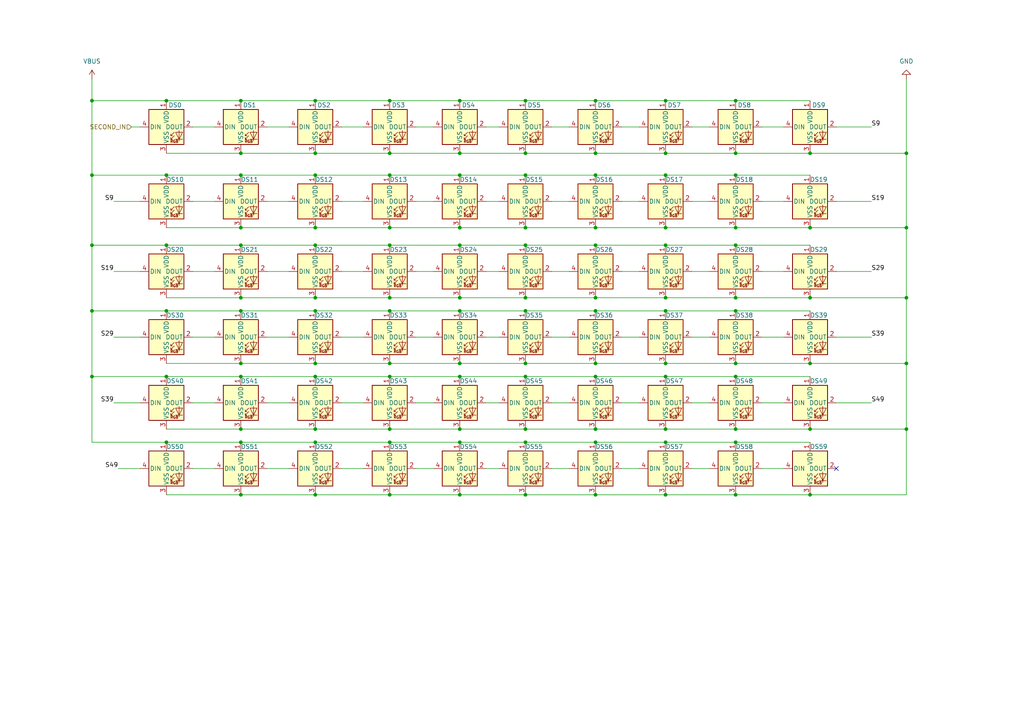
<source format=kicad_sch>
(kicad_sch (version 20211123) (generator eeschema)
  (paper "A4")
  (lib_symbols
    (symbol "LED:WS2812B" (pin_names (offset 0.254))
      (property "Reference" "D" (at 5.08 5.715 0))
      (property "Value" "WS2812B" (at 1.27 -5.715 0))
      (symbol "WS2812B_0_0"
        (text "RGB" (at 2.286 -4.191 0) (effects (font (size 0.762 0.762))))
      )
      (symbol "WS2812B_0_1"
        (polyline (pts (xy 1.27 -3.556) (xy 1.778 -3.556)))
        (polyline (pts (xy 1.27 -2.54) (xy 1.778 -2.54)))
        (polyline (pts (xy 4.699 -3.556) (xy 2.667 -3.556)))
        (polyline (pts (xy 2.286 -2.54) (xy 1.27 -3.556) (xy 1.27 -3.048)))
        (polyline (pts (xy 2.286 -1.524) (xy 1.27 -2.54) (xy 1.27 -2.032)))
        (polyline (pts (xy 3.683 -1.016) (xy 3.683 -3.556) (xy 3.683 -4.064)))
        (polyline (pts (xy 4.699 -1.524) (xy 2.667 -1.524) (xy 3.683 -3.556) (xy 4.699 -1.524)))
        (rectangle (start 5.08 5.08) (end -5.08 -5.08) (stroke (width 0.254)) (fill (type background)))
      )
      (symbol "WS2812B_1_1"
        (pin power_in line (at 0 7.62 270) (length 2.54) (name "VDD") (number "1"))
        (pin output line (at 7.62 0 180) (length 2.54) (name "DOUT") (number "2"))
        (pin power_in line (at 0 -7.62 90) (length 2.54) (name "VSS") (number "3"))
        (pin input line (at -7.62 0 0) (length 2.54) (name "DIN") (number "4"))
      )
    )
    (symbol "power:GND" (power) (pin_names (offset 0))
      (property "Value" "GND" (at 0 -3.81 0))
      (symbol "GND_0_1"
        (polyline (pts (xy 0 0) (xy 0 -1.27) (xy 1.27 -1.27) (xy 0 -2.54) (xy -1.27 -1.27) (xy 0 -1.27)))
      )
      (symbol "GND_1_1"
        (pin power_in line (at 0 0 270) (length 0) hide (name "GND") (number "1"))
      )
    )
    (symbol "power:VBUS" (power) (pin_names (offset 0))
      (property "Value" "VBUS" (at 0 3.81 0))
      (symbol "VBUS_0_1"
        (polyline (pts (xy -0.762 1.27) (xy 0 2.54)))
        (polyline (pts (xy 0 0) (xy 0 2.54)))
        (polyline (pts (xy 0 2.54) (xy 0.762 1.27)))
      )
      (symbol "VBUS_1_1"
        (pin power_in line (at 0 0 90) (length 0) hide (name "VBUS") (number "1"))
      )
    )
  )
  (junction (at 213.36 44.45))
  (junction (at 193.04 90.17))
  (junction (at 91.44 86.36))
  (junction (at 262.89 124.46))
  (junction (at 172.72 90.17))
  (junction (at 69.85 124.46))
  (junction (at 152.4 124.46))
  (junction (at 193.04 143.51))
  (junction (at 69.85 86.36))
  (junction (at 262.89 44.45))
  (junction (at 113.03 29.21))
  (junction (at 152.4 50.8))
  (junction (at 172.72 86.36))
  (junction (at 113.03 90.17))
  (junction (at 193.04 29.21))
  (junction (at 113.03 86.36))
  (junction (at 69.85 128.27))
  (junction (at 69.85 143.51))
  (junction (at 48.26 90.17))
  (junction (at 133.35 29.21))
  (junction (at 172.72 66.04))
  (junction (at 262.89 86.36))
  (junction (at 91.44 90.17))
  (junction (at 172.72 71.12))
  (junction (at 26.67 109.22))
  (junction (at 113.03 71.12))
  (junction (at 113.03 128.27))
  (junction (at 133.35 66.04))
  (junction (at 213.36 109.22))
  (junction (at 69.85 109.22))
  (junction (at 69.85 90.17))
  (junction (at 193.04 124.46))
  (junction (at 91.44 50.8))
  (junction (at 91.44 66.04))
  (junction (at 91.44 124.46))
  (junction (at 172.72 109.22))
  (junction (at 262.89 105.41))
  (junction (at 152.4 90.17))
  (junction (at 193.04 128.27))
  (junction (at 193.04 50.8))
  (junction (at 69.85 44.45))
  (junction (at 213.36 86.36))
  (junction (at 113.03 109.22))
  (junction (at 213.36 66.04))
  (junction (at 91.44 109.22))
  (junction (at 133.35 90.17))
  (junction (at 113.03 66.04))
  (junction (at 193.04 44.45))
  (junction (at 48.26 109.22))
  (junction (at 172.72 128.27))
  (junction (at 152.4 66.04))
  (junction (at 133.35 71.12))
  (junction (at 193.04 66.04))
  (junction (at 152.4 86.36))
  (junction (at 69.85 66.04))
  (junction (at 193.04 71.12))
  (junction (at 234.95 124.46))
  (junction (at 91.44 29.21))
  (junction (at 91.44 105.41))
  (junction (at 152.4 105.41))
  (junction (at 133.35 124.46))
  (junction (at 193.04 109.22))
  (junction (at 234.95 105.41))
  (junction (at 113.03 44.45))
  (junction (at 91.44 128.27))
  (junction (at 69.85 29.21))
  (junction (at 113.03 124.46))
  (junction (at 48.26 71.12))
  (junction (at 213.36 90.17))
  (junction (at 213.36 50.8))
  (junction (at 213.36 128.27))
  (junction (at 193.04 86.36))
  (junction (at 26.67 50.8))
  (junction (at 69.85 50.8))
  (junction (at 48.26 128.27))
  (junction (at 234.95 66.04))
  (junction (at 133.35 143.51))
  (junction (at 133.35 105.41))
  (junction (at 48.26 50.8))
  (junction (at 172.72 124.46))
  (junction (at 213.36 71.12))
  (junction (at 113.03 50.8))
  (junction (at 91.44 71.12))
  (junction (at 152.4 71.12))
  (junction (at 152.4 128.27))
  (junction (at 26.67 29.21))
  (junction (at 69.85 71.12))
  (junction (at 91.44 44.45))
  (junction (at 152.4 44.45))
  (junction (at 133.35 109.22))
  (junction (at 133.35 44.45))
  (junction (at 69.85 105.41))
  (junction (at 213.36 29.21))
  (junction (at 26.67 90.17))
  (junction (at 234.95 143.51))
  (junction (at 152.4 109.22))
  (junction (at 172.72 29.21))
  (junction (at 213.36 143.51))
  (junction (at 133.35 128.27))
  (junction (at 133.35 86.36))
  (junction (at 172.72 105.41))
  (junction (at 26.67 71.12))
  (junction (at 234.95 44.45))
  (junction (at 193.04 105.41))
  (junction (at 262.89 66.04))
  (junction (at 152.4 29.21))
  (junction (at 213.36 124.46))
  (junction (at 48.26 29.21))
  (junction (at 133.35 50.8))
  (junction (at 172.72 50.8))
  (junction (at 213.36 105.41))
  (junction (at 113.03 105.41))
  (junction (at 172.72 44.45))
  (junction (at 172.72 143.51))
  (junction (at 234.95 86.36))
  (junction (at 91.44 143.51))
  (junction (at 113.03 143.51))
  (junction (at 152.4 143.51))
  (no_connect (at 242.57 135.89))
  (wire (pts (xy 113.03 50.8) (xy 133.35 50.8)))
  (wire (pts (xy 48.26 90.17) (xy 69.85 90.17)))
  (wire (pts (xy 152.4 124.46) (xy 172.72 124.46)))
  (wire (pts (xy 113.03 29.21) (xy 133.35 29.21)))
  (wire (pts (xy 33.02 78.74) (xy 40.64 78.74)))
  (wire (pts (xy 213.36 109.22) (xy 234.95 109.22)))
  (wire (pts (xy 193.04 124.46) (xy 213.36 124.46)))
  (wire (pts (xy 180.34 135.89) (xy 185.42 135.89)))
  (wire (pts (xy 26.67 90.17) (xy 48.26 90.17)))
  (wire (pts (xy 69.85 143.51) (xy 91.44 143.51)))
  (wire (pts (xy 140.97 116.84) (xy 144.78 116.84)))
  (wire (pts (xy 193.04 143.51) (xy 213.36 143.51)))
  (wire (pts (xy 152.4 66.04) (xy 172.72 66.04)))
  (wire (pts (xy 213.36 124.46) (xy 234.95 124.46)))
  (wire (pts (xy 99.06 116.84) (xy 105.41 116.84)))
  (wire (pts (xy 91.44 90.17) (xy 113.03 90.17)))
  (wire (pts (xy 172.72 86.36) (xy 193.04 86.36)))
  (wire (pts (xy 77.47 58.42) (xy 83.82 58.42)))
  (wire (pts (xy 140.97 135.89) (xy 144.78 135.89)))
  (wire (pts (xy 55.88 116.84) (xy 62.23 116.84)))
  (wire (pts (xy 133.35 124.46) (xy 152.4 124.46)))
  (wire (pts (xy 69.85 124.46) (xy 91.44 124.46)))
  (wire (pts (xy 26.67 109.22) (xy 48.26 109.22)))
  (wire (pts (xy 234.95 86.36) (xy 262.89 86.36)))
  (wire (pts (xy 140.97 78.74) (xy 144.78 78.74)))
  (wire (pts (xy 172.72 44.45) (xy 193.04 44.45)))
  (wire (pts (xy 33.02 116.84) (xy 40.64 116.84)))
  (wire (pts (xy 133.35 128.27) (xy 152.4 128.27)))
  (wire (pts (xy 33.02 97.79) (xy 40.64 97.79)))
  (wire (pts (xy 48.26 86.36) (xy 69.85 86.36)))
  (wire (pts (xy 99.06 78.74) (xy 105.41 78.74)))
  (wire (pts (xy 133.35 109.22) (xy 152.4 109.22)))
  (wire (pts (xy 160.02 97.79) (xy 165.1 97.79)))
  (wire (pts (xy 26.67 109.22) (xy 26.67 128.27)))
  (wire (pts (xy 26.67 29.21) (xy 48.26 29.21)))
  (wire (pts (xy 193.04 86.36) (xy 213.36 86.36)))
  (wire (pts (xy 77.47 36.83) (xy 83.82 36.83)))
  (wire (pts (xy 91.44 50.8) (xy 113.03 50.8)))
  (wire (pts (xy 200.66 36.83) (xy 205.74 36.83)))
  (wire (pts (xy 69.85 105.41) (xy 91.44 105.41)))
  (wire (pts (xy 77.47 97.79) (xy 83.82 97.79)))
  (wire (pts (xy 77.47 116.84) (xy 83.82 116.84)))
  (wire (pts (xy 200.66 58.42) (xy 205.74 58.42)))
  (wire (pts (xy 91.44 66.04) (xy 113.03 66.04)))
  (wire (pts (xy 262.89 86.36) (xy 262.89 105.41)))
  (wire (pts (xy 160.02 58.42) (xy 165.1 58.42)))
  (wire (pts (xy 113.03 90.17) (xy 133.35 90.17)))
  (wire (pts (xy 133.35 50.8) (xy 152.4 50.8)))
  (wire (pts (xy 220.98 78.74) (xy 227.33 78.74)))
  (wire (pts (xy 152.4 128.27) (xy 172.72 128.27)))
  (wire (pts (xy 26.67 71.12) (xy 48.26 71.12)))
  (wire (pts (xy 55.88 36.83) (xy 62.23 36.83)))
  (wire (pts (xy 113.03 44.45) (xy 133.35 44.45)))
  (wire (pts (xy 213.36 128.27) (xy 234.95 128.27)))
  (wire (pts (xy 26.67 128.27) (xy 48.26 128.27)))
  (wire (pts (xy 220.98 97.79) (xy 227.33 97.79)))
  (wire (pts (xy 26.67 71.12) (xy 26.67 90.17)))
  (wire (pts (xy 133.35 71.12) (xy 152.4 71.12)))
  (wire (pts (xy 91.44 109.22) (xy 113.03 109.22)))
  (wire (pts (xy 69.85 29.21) (xy 91.44 29.21)))
  (wire (pts (xy 69.85 86.36) (xy 91.44 86.36)))
  (wire (pts (xy 55.88 78.74) (xy 62.23 78.74)))
  (wire (pts (xy 234.95 105.41) (xy 262.89 105.41)))
  (wire (pts (xy 91.44 128.27) (xy 113.03 128.27)))
  (wire (pts (xy 99.06 135.89) (xy 105.41 135.89)))
  (wire (pts (xy 26.67 90.17) (xy 26.67 109.22)))
  (wire (pts (xy 113.03 124.46) (xy 133.35 124.46)))
  (wire (pts (xy 91.44 143.51) (xy 113.03 143.51)))
  (wire (pts (xy 69.85 50.8) (xy 91.44 50.8)))
  (wire (pts (xy 69.85 109.22) (xy 91.44 109.22)))
  (wire (pts (xy 77.47 78.74) (xy 83.82 78.74)))
  (wire (pts (xy 172.72 90.17) (xy 193.04 90.17)))
  (wire (pts (xy 193.04 90.17) (xy 213.36 90.17)))
  (wire (pts (xy 133.35 86.36) (xy 152.4 86.36)))
  (wire (pts (xy 133.35 44.45) (xy 152.4 44.45)))
  (wire (pts (xy 69.85 71.12) (xy 91.44 71.12)))
  (wire (pts (xy 234.95 44.45) (xy 262.89 44.45)))
  (wire (pts (xy 48.26 105.41) (xy 69.85 105.41)))
  (wire (pts (xy 48.26 66.04) (xy 69.85 66.04)))
  (wire (pts (xy 152.4 105.41) (xy 172.72 105.41)))
  (wire (pts (xy 34.29 135.89) (xy 40.64 135.89)))
  (wire (pts (xy 160.02 116.84) (xy 165.1 116.84)))
  (wire (pts (xy 172.72 71.12) (xy 193.04 71.12)))
  (wire (pts (xy 133.35 90.17) (xy 152.4 90.17)))
  (wire (pts (xy 172.72 109.22) (xy 193.04 109.22)))
  (wire (pts (xy 262.89 143.51) (xy 262.89 124.46)))
  (wire (pts (xy 234.95 143.51) (xy 262.89 143.51)))
  (wire (pts (xy 69.85 66.04) (xy 91.44 66.04)))
  (wire (pts (xy 160.02 135.89) (xy 165.1 135.89)))
  (wire (pts (xy 234.95 66.04) (xy 262.89 66.04)))
  (wire (pts (xy 242.57 36.83) (xy 252.73 36.83)))
  (wire (pts (xy 120.65 116.84) (xy 125.73 116.84)))
  (wire (pts (xy 213.36 44.45) (xy 234.95 44.45)))
  (wire (pts (xy 120.65 58.42) (xy 125.73 58.42)))
  (wire (pts (xy 262.89 105.41) (xy 262.89 124.46)))
  (wire (pts (xy 213.36 105.41) (xy 234.95 105.41)))
  (wire (pts (xy 172.72 143.51) (xy 193.04 143.51)))
  (wire (pts (xy 91.44 124.46) (xy 113.03 124.46)))
  (wire (pts (xy 69.85 128.27) (xy 91.44 128.27)))
  (wire (pts (xy 26.67 22.86) (xy 26.67 29.21)))
  (wire (pts (xy 193.04 128.27) (xy 213.36 128.27)))
  (wire (pts (xy 113.03 71.12) (xy 133.35 71.12)))
  (wire (pts (xy 213.36 50.8) (xy 234.95 50.8)))
  (wire (pts (xy 172.72 124.46) (xy 193.04 124.46)))
  (wire (pts (xy 48.26 50.8) (xy 69.85 50.8)))
  (wire (pts (xy 213.36 86.36) (xy 234.95 86.36)))
  (wire (pts (xy 200.66 116.84) (xy 205.74 116.84)))
  (wire (pts (xy 26.67 50.8) (xy 26.67 71.12)))
  (wire (pts (xy 113.03 105.41) (xy 133.35 105.41)))
  (wire (pts (xy 48.26 29.21) (xy 69.85 29.21)))
  (wire (pts (xy 242.57 58.42) (xy 252.73 58.42)))
  (wire (pts (xy 48.26 109.22) (xy 69.85 109.22)))
  (wire (pts (xy 140.97 58.42) (xy 144.78 58.42)))
  (wire (pts (xy 193.04 105.41) (xy 213.36 105.41)))
  (wire (pts (xy 160.02 36.83) (xy 165.1 36.83)))
  (wire (pts (xy 55.88 97.79) (xy 62.23 97.79)))
  (wire (pts (xy 48.26 128.27) (xy 69.85 128.27)))
  (wire (pts (xy 213.36 66.04) (xy 234.95 66.04)))
  (wire (pts (xy 26.67 29.21) (xy 26.67 50.8)))
  (wire (pts (xy 213.36 29.21) (xy 234.95 29.21)))
  (wire (pts (xy 242.57 78.74) (xy 252.73 78.74)))
  (wire (pts (xy 152.4 29.21) (xy 172.72 29.21)))
  (wire (pts (xy 152.4 90.17) (xy 172.72 90.17)))
  (wire (pts (xy 91.44 71.12) (xy 113.03 71.12)))
  (wire (pts (xy 113.03 66.04) (xy 133.35 66.04)))
  (wire (pts (xy 193.04 109.22) (xy 213.36 109.22)))
  (wire (pts (xy 133.35 143.51) (xy 152.4 143.51)))
  (wire (pts (xy 213.36 143.51) (xy 234.95 143.51)))
  (wire (pts (xy 213.36 90.17) (xy 234.95 90.17)))
  (wire (pts (xy 172.72 128.27) (xy 193.04 128.27)))
  (wire (pts (xy 48.26 71.12) (xy 69.85 71.12)))
  (wire (pts (xy 180.34 36.83) (xy 185.42 36.83)))
  (wire (pts (xy 200.66 135.89) (xy 205.74 135.89)))
  (wire (pts (xy 262.89 22.86) (xy 262.89 44.45)))
  (wire (pts (xy 26.67 50.8) (xy 48.26 50.8)))
  (wire (pts (xy 200.66 78.74) (xy 205.74 78.74)))
  (wire (pts (xy 38.1 36.83) (xy 40.64 36.83)))
  (wire (pts (xy 99.06 36.83) (xy 105.41 36.83)))
  (wire (pts (xy 152.4 109.22) (xy 172.72 109.22)))
  (wire (pts (xy 133.35 105.41) (xy 152.4 105.41)))
  (wire (pts (xy 193.04 71.12) (xy 213.36 71.12)))
  (wire (pts (xy 120.65 135.89) (xy 125.73 135.89)))
  (wire (pts (xy 220.98 58.42) (xy 227.33 58.42)))
  (wire (pts (xy 133.35 66.04) (xy 152.4 66.04)))
  (wire (pts (xy 262.89 66.04) (xy 262.89 86.36)))
  (wire (pts (xy 193.04 29.21) (xy 213.36 29.21)))
  (wire (pts (xy 99.06 58.42) (xy 105.41 58.42)))
  (wire (pts (xy 99.06 97.79) (xy 105.41 97.79)))
  (wire (pts (xy 172.72 66.04) (xy 193.04 66.04)))
  (wire (pts (xy 133.35 29.21) (xy 152.4 29.21)))
  (wire (pts (xy 220.98 135.89) (xy 227.33 135.89)))
  (wire (pts (xy 91.44 44.45) (xy 113.03 44.45)))
  (wire (pts (xy 220.98 36.83) (xy 227.33 36.83)))
  (wire (pts (xy 120.65 36.83) (xy 125.73 36.83)))
  (wire (pts (xy 152.4 44.45) (xy 172.72 44.45)))
  (wire (pts (xy 91.44 29.21) (xy 113.03 29.21)))
  (wire (pts (xy 113.03 109.22) (xy 133.35 109.22)))
  (wire (pts (xy 193.04 50.8) (xy 213.36 50.8)))
  (wire (pts (xy 172.72 105.41) (xy 193.04 105.41)))
  (wire (pts (xy 160.02 78.74) (xy 165.1 78.74)))
  (wire (pts (xy 152.4 71.12) (xy 172.72 71.12)))
  (wire (pts (xy 77.47 135.89) (xy 83.82 135.89)))
  (wire (pts (xy 48.26 143.51) (xy 69.85 143.51)))
  (wire (pts (xy 180.34 78.74) (xy 185.42 78.74)))
  (wire (pts (xy 220.98 116.84) (xy 227.33 116.84)))
  (wire (pts (xy 152.4 143.51) (xy 172.72 143.51)))
  (wire (pts (xy 91.44 86.36) (xy 113.03 86.36)))
  (wire (pts (xy 152.4 86.36) (xy 172.72 86.36)))
  (wire (pts (xy 48.26 124.46) (xy 69.85 124.46)))
  (wire (pts (xy 234.95 124.46) (xy 262.89 124.46)))
  (wire (pts (xy 193.04 44.45) (xy 213.36 44.45)))
  (wire (pts (xy 69.85 90.17) (xy 91.44 90.17)))
  (wire (pts (xy 180.34 116.84) (xy 185.42 116.84)))
  (wire (pts (xy 69.85 44.45) (xy 91.44 44.45)))
  (wire (pts (xy 242.57 97.79) (xy 252.73 97.79)))
  (wire (pts (xy 33.02 58.42) (xy 40.64 58.42)))
  (wire (pts (xy 242.57 116.84) (xy 252.73 116.84)))
  (wire (pts (xy 200.66 97.79) (xy 205.74 97.79)))
  (wire (pts (xy 120.65 78.74) (xy 125.73 78.74)))
  (wire (pts (xy 91.44 105.41) (xy 113.03 105.41)))
  (wire (pts (xy 172.72 50.8) (xy 193.04 50.8)))
  (wire (pts (xy 120.65 97.79) (xy 125.73 97.79)))
  (wire (pts (xy 180.34 97.79) (xy 185.42 97.79)))
  (wire (pts (xy 140.97 97.79) (xy 144.78 97.79)))
  (wire (pts (xy 55.88 58.42) (xy 62.23 58.42)))
  (wire (pts (xy 113.03 143.51) (xy 133.35 143.51)))
  (wire (pts (xy 172.72 29.21) (xy 193.04 29.21)))
  (wire (pts (xy 140.97 36.83) (xy 144.78 36.83)))
  (wire (pts (xy 113.03 128.27) (xy 133.35 128.27)))
  (wire (pts (xy 48.26 44.45) (xy 69.85 44.45)))
  (wire (pts (xy 193.04 66.04) (xy 213.36 66.04)))
  (wire (pts (xy 262.89 66.04) (xy 262.89 44.45)))
  (wire (pts (xy 55.88 135.89) (xy 62.23 135.89)))
  (wire (pts (xy 152.4 50.8) (xy 172.72 50.8)))
  (wire (pts (xy 113.03 86.36) (xy 133.35 86.36)))
  (wire (pts (xy 213.36 71.12) (xy 234.95 71.12)))
  (wire (pts (xy 180.34 58.42) (xy 185.42 58.42)))
  (label "S9" (at 252.73 36.83 0))
  (label "S29" (at 33.02 97.79 180))
  (label "S29" (at 252.73 78.74 0))
  (label "S39" (at 252.73 97.79 0))
  (label "S39" (at 33.02 116.84 180))
  (label "S9" (at 33.02 58.42 180))
  (label "S19" (at 33.02 78.74 180))
  (label "S19" (at 252.73 58.42 0))
  (label "S49" (at 34.29 135.89 180))
  (label "S49" (at 252.73 116.84 0))
  (hierarchical_label "SECOND_IN" (shape input) (at 38.1 36.83 180))
  (symbol (lib_id "LED:WS2812B") (at 152.4 97.79 0) (unit 1)
    (property "Reference" "DS35" (at 154.94 91.44 0))
    (property "Value" "WS2812B" (effects hide))
    (property "Footprint" "LED_SMD:LED_WS2812B_PLCC4_5.0x5.0mm_P3.2mm" (effects hide))
    (property "Datasheet" "https://cdn-shop.adafruit.com/datasheets/WS2812B.pdf" (effects hide))
    (property "LCSC" "C2761795" (effects hide))
  )
  (symbol (lib_id "power:VBUS") (at 26.67 22.86 0) (unit 1)
    (property "Reference" "#PWR01" (effects hide))
    (property "Value" "VBUS" (at 26.67 17.78 0))
  )
  (symbol (lib_id "LED:WS2812B") (at 172.72 78.74 0) (unit 1)
    (property "Reference" "DS26" (at 175.26 72.39 0))
    (property "Value" "WS2812B" (effects hide))
    (property "Footprint" "LED_SMD:LED_WS2812B_PLCC4_5.0x5.0mm_P3.2mm" (effects hide))
    (property "Datasheet" "https://cdn-shop.adafruit.com/datasheets/WS2812B.pdf" (effects hide))
    (property "LCSC" "C2761795" (effects hide))
  )
  (symbol (lib_id "LED:WS2812B") (at 152.4 58.42 0) (unit 1)
    (property "Reference" "DS15" (at 154.94 52.07 0))
    (property "Value" "WS2812B" (effects hide))
    (property "Footprint" "LED_SMD:LED_WS2812B_PLCC4_5.0x5.0mm_P3.2mm" (effects hide))
    (property "Datasheet" "https://cdn-shop.adafruit.com/datasheets/WS2812B.pdf" (effects hide))
    (property "LCSC" "C2761795" (effects hide))
  )
  (symbol (lib_id "LED:WS2812B") (at 48.26 135.89 0) (unit 1)
    (property "Reference" "DS50" (at 50.8 129.54 0))
    (property "Value" "WS2812B" (effects hide))
    (property "Footprint" "LED_SMD:LED_WS2812B_PLCC4_5.0x5.0mm_P3.2mm" (effects hide))
    (property "Datasheet" "https://cdn-shop.adafruit.com/datasheets/WS2812B.pdf" (effects hide))
    (property "LCSC" "C2761795" (effects hide))
  )
  (symbol (lib_id "LED:WS2812B") (at 48.26 97.79 0) (unit 1)
    (property "Reference" "DS30" (at 50.8 91.44 0))
    (property "Value" "WS2812B" (effects hide))
    (property "Footprint" "LED_SMD:LED_WS2812B_PLCC4_5.0x5.0mm_P3.2mm" (effects hide))
    (property "Datasheet" "https://cdn-shop.adafruit.com/datasheets/WS2812B.pdf" (effects hide))
    (property "LCSC" "C2761795" (effects hide))
  )
  (symbol (lib_id "LED:WS2812B") (at 133.35 135.89 0) (unit 1)
    (property "Reference" "DS54" (at 135.89 129.54 0))
    (property "Value" "WS2812B" (effects hide))
    (property "Footprint" "LED_SMD:LED_WS2812B_PLCC4_5.0x5.0mm_P3.2mm" (effects hide))
    (property "Datasheet" "https://cdn-shop.adafruit.com/datasheets/WS2812B.pdf" (effects hide))
    (property "LCSC" "C2761795" (effects hide))
  )
  (symbol (lib_id "LED:WS2812B") (at 113.03 58.42 0) (unit 1)
    (property "Reference" "DS13" (at 115.57 52.07 0))
    (property "Value" "WS2812B" (effects hide))
    (property "Footprint" "LED_SMD:LED_WS2812B_PLCC4_5.0x5.0mm_P3.2mm" (effects hide))
    (property "Datasheet" "https://cdn-shop.adafruit.com/datasheets/WS2812B.pdf" (effects hide))
    (property "LCSC" "C2761795" (effects hide))
  )
  (symbol (lib_id "LED:WS2812B") (at 69.85 78.74 0) (unit 1)
    (property "Reference" "DS21" (at 72.39 72.39 0))
    (property "Value" "WS2812B" (effects hide))
    (property "Footprint" "LED_SMD:LED_WS2812B_PLCC4_5.0x5.0mm_P3.2mm" (effects hide))
    (property "Datasheet" "https://cdn-shop.adafruit.com/datasheets/WS2812B.pdf" (effects hide))
    (property "LCSC" "C2761795" (effects hide))
  )
  (symbol (lib_id "LED:WS2812B") (at 133.35 97.79 0) (unit 1)
    (property "Reference" "DS34" (at 135.89 91.44 0))
    (property "Value" "WS2812B" (effects hide))
    (property "Footprint" "LED_SMD:LED_WS2812B_PLCC4_5.0x5.0mm_P3.2mm" (effects hide))
    (property "Datasheet" "https://cdn-shop.adafruit.com/datasheets/WS2812B.pdf" (effects hide))
    (property "LCSC" "C2761795" (effects hide))
  )
  (symbol (lib_id "LED:WS2812B") (at 91.44 78.74 0) (unit 1)
    (property "Reference" "DS22" (at 93.98 72.39 0))
    (property "Value" "WS2812B" (effects hide))
    (property "Footprint" "LED_SMD:LED_WS2812B_PLCC4_5.0x5.0mm_P3.2mm" (effects hide))
    (property "Datasheet" "https://cdn-shop.adafruit.com/datasheets/WS2812B.pdf" (effects hide))
    (property "LCSC" "C2761795" (effects hide))
  )
  (symbol (lib_id "LED:WS2812B") (at 113.03 78.74 0) (unit 1)
    (property "Reference" "DS23" (at 115.57 72.39 0))
    (property "Value" "WS2812B" (effects hide))
    (property "Footprint" "LED_SMD:LED_WS2812B_PLCC4_5.0x5.0mm_P3.2mm" (effects hide))
    (property "Datasheet" "https://cdn-shop.adafruit.com/datasheets/WS2812B.pdf" (effects hide))
    (property "LCSC" "C2761795" (effects hide))
  )
  (symbol (lib_id "LED:WS2812B") (at 113.03 116.84 0) (unit 1)
    (property "Reference" "DS43" (at 115.57 110.49 0))
    (property "Value" "WS2812B" (effects hide))
    (property "Footprint" "LED_SMD:LED_WS2812B_PLCC4_5.0x5.0mm_P3.2mm" (effects hide))
    (property "Datasheet" "https://cdn-shop.adafruit.com/datasheets/WS2812B.pdf" (effects hide))
    (property "LCSC" "C2761795" (effects hide))
  )
  (symbol (lib_id "LED:WS2812B") (at 234.95 97.79 0) (unit 1)
    (property "Reference" "DS39" (at 237.49 91.44 0))
    (property "Value" "WS2812B" (effects hide))
    (property "Footprint" "LED_SMD:LED_WS2812B_PLCC4_5.0x5.0mm_P3.2mm" (effects hide))
    (property "Datasheet" "https://cdn-shop.adafruit.com/datasheets/WS2812B.pdf" (effects hide))
    (property "LCSC" "C2761795" (effects hide))
  )
  (symbol (lib_id "LED:WS2812B") (at 152.4 116.84 0) (unit 1)
    (property "Reference" "DS45" (at 154.94 110.49 0))
    (property "Value" "WS2812B" (effects hide))
    (property "Footprint" "LED_SMD:LED_WS2812B_PLCC4_5.0x5.0mm_P3.2mm" (effects hide))
    (property "Datasheet" "https://cdn-shop.adafruit.com/datasheets/WS2812B.pdf" (effects hide))
    (property "LCSC" "C2761795" (effects hide))
  )
  (symbol (lib_id "LED:WS2812B") (at 213.36 78.74 0) (unit 1)
    (property "Reference" "DS28" (at 215.9 72.39 0))
    (property "Value" "WS2812B" (effects hide))
    (property "Footprint" "LED_SMD:LED_WS2812B_PLCC4_5.0x5.0mm_P3.2mm" (effects hide))
    (property "Datasheet" "https://cdn-shop.adafruit.com/datasheets/WS2812B.pdf" (effects hide))
    (property "LCSC" "C2761795" (effects hide))
  )
  (symbol (lib_id "LED:WS2812B") (at 234.95 116.84 0) (unit 1)
    (property "Reference" "DS49" (at 237.49 110.49 0))
    (property "Value" "WS2812B" (effects hide))
    (property "Footprint" "LED_SMD:LED_WS2812B_PLCC4_5.0x5.0mm_P3.2mm" (effects hide))
    (property "Datasheet" "https://cdn-shop.adafruit.com/datasheets/WS2812B.pdf" (effects hide))
    (property "LCSC" "C2761795" (effects hide))
  )
  (symbol (lib_id "LED:WS2812B") (at 91.44 97.79 0) (unit 1)
    (property "Reference" "DS32" (at 93.98 91.44 0))
    (property "Value" "WS2812B" (effects hide))
    (property "Footprint" "LED_SMD:LED_WS2812B_PLCC4_5.0x5.0mm_P3.2mm" (effects hide))
    (property "Datasheet" "https://cdn-shop.adafruit.com/datasheets/WS2812B.pdf" (effects hide))
    (property "LCSC" "C2761795" (effects hide))
  )
  (symbol (lib_id "LED:WS2812B") (at 193.04 97.79 0) (unit 1)
    (property "Reference" "DS37" (at 195.58 91.44 0))
    (property "Value" "WS2812B" (effects hide))
    (property "Footprint" "LED_SMD:LED_WS2812B_PLCC4_5.0x5.0mm_P3.2mm" (effects hide))
    (property "Datasheet" "https://cdn-shop.adafruit.com/datasheets/WS2812B.pdf" (effects hide))
    (property "LCSC" "C2761795" (effects hide))
  )
  (symbol (lib_id "LED:WS2812B") (at 69.85 135.89 0) (unit 1)
    (property "Reference" "DS51" (at 72.39 129.54 0))
    (property "Value" "S2812B" (effects hide))
    (property "Footprint" "LED_SMD:LED_WS2812B_PLCC4_5.0x5.0mm_P3.2mm" (effects hide))
    (property "Datasheet" "https://cdn-shop.adafruit.com/datasheets/WS2812B.pdf" (effects hide))
    (property "LCSC" "C2761795" (effects hide))
  )
  (symbol (lib_id "LED:WS2812B") (at 69.85 97.79 0) (unit 1)
    (property "Reference" "DS31" (at 72.39 91.44 0))
    (property "Value" "WS2812B" (effects hide))
    (property "Footprint" "LED_SMD:LED_WS2812B_PLCC4_5.0x5.0mm_P3.2mm" (effects hide))
    (property "Datasheet" "https://cdn-shop.adafruit.com/datasheets/WS2812B.pdf" (effects hide))
    (property "LCSC" "C2761795" (effects hide))
  )
  (symbol (lib_id "LED:WS2812B") (at 193.04 36.83 0) (unit 1)
    (property "Reference" "DS7" (at 195.58 30.48 0))
    (property "Value" "WS2812B" (effects hide))
    (property "Footprint" "LED_SMD:LED_WS2812B_PLCC4_5.0x5.0mm_P3.2mm" (effects hide))
    (property "Datasheet" "https://cdn-shop.adafruit.com/datasheets/WS2812B.pdf" (effects hide))
    (property "LCSC" "C2761795" (effects hide))
  )
  (symbol (lib_id "LED:WS2812B") (at 133.35 36.83 0) (unit 1)
    (property "Reference" "DS4" (at 135.89 30.48 0))
    (property "Value" "WS2812B" (effects hide))
    (property "Footprint" "LED_SMD:LED_WS2812B_PLCC4_5.0x5.0mm_P3.2mm" (effects hide))
    (property "Datasheet" "https://cdn-shop.adafruit.com/datasheets/WS2812B.pdf" (effects hide))
    (property "LCSC" "C2761795" (effects hide))
  )
  (symbol (lib_id "LED:WS2812B") (at 133.35 58.42 0) (unit 1)
    (property "Reference" "DS14" (at 135.89 52.07 0))
    (property "Value" "WS2812B" (effects hide))
    (property "Footprint" "LED_SMD:LED_WS2812B_PLCC4_5.0x5.0mm_P3.2mm" (effects hide))
    (property "Datasheet" "https://cdn-shop.adafruit.com/datasheets/WS2812B.pdf" (effects hide))
    (property "LCSC" "C2761795" (effects hide))
  )
  (symbol (lib_id "LED:WS2812B") (at 48.26 36.83 0) (unit 1)
    (property "Reference" "DS0" (at 50.8 30.48 0))
    (property "Value" "WS2812B" (effects hide))
    (property "Footprint" "LED_SMD:LED_WS2812B_PLCC4_5.0x5.0mm_P3.2mm" (effects hide))
    (property "Datasheet" "https://cdn-shop.adafruit.com/datasheets/WS2812B.pdf" (effects hide))
    (property "LCSC" "C2761795" (effects hide))
  )
  (symbol (lib_id "LED:WS2812B") (at 193.04 135.89 0) (unit 1)
    (property "Reference" "DS57" (at 195.58 129.54 0))
    (property "Value" "WS2812B" (effects hide))
    (property "Footprint" "LED_SMD:LED_WS2812B_PLCC4_5.0x5.0mm_P3.2mm" (effects hide))
    (property "Datasheet" "https://cdn-shop.adafruit.com/datasheets/WS2812B.pdf" (effects hide))
    (property "LCSC" "C2761795" (effects hide))
  )
  (symbol (lib_id "LED:WS2812B") (at 152.4 78.74 0) (unit 1)
    (property "Reference" "DS25" (at 154.94 72.39 0))
    (property "Value" "WS2812B" (effects hide))
    (property "Footprint" "LED_SMD:LED_WS2812B_PLCC4_5.0x5.0mm_P3.2mm" (effects hide))
    (property "Datasheet" "https://cdn-shop.adafruit.com/datasheets/WS2812B.pdf" (effects hide))
    (property "LCSC" "C2761795" (effects hide))
  )
  (symbol (lib_id "LED:WS2812B") (at 91.44 135.89 0) (unit 1)
    (property "Reference" "DS52" (at 93.98 129.54 0))
    (property "Value" "WS2812B" (effects hide))
    (property "Footprint" "LED_SMD:LED_WS2812B_PLCC4_5.0x5.0mm_P3.2mm" (effects hide))
    (property "Datasheet" "https://cdn-shop.adafruit.com/datasheets/WS2812B.pdf" (effects hide))
    (property "LCSC" "C2761795" (effects hide))
  )
  (symbol (lib_id "LED:WS2812B") (at 113.03 36.83 0) (unit 1)
    (property "Reference" "DS3" (at 115.57 30.48 0))
    (property "Value" "WS2812B" (effects hide))
    (property "Footprint" "LED_SMD:LED_WS2812B_PLCC4_5.0x5.0mm_P3.2mm" (effects hide))
    (property "Datasheet" "https://cdn-shop.adafruit.com/datasheets/WS2812B.pdf" (effects hide))
    (property "LCSC" "C2761795" (effects hide))
  )
  (symbol (lib_id "LED:WS2812B") (at 113.03 97.79 0) (unit 1)
    (property "Reference" "DS33" (at 115.57 91.44 0))
    (property "Value" "WS2812B" (effects hide))
    (property "Footprint" "LED_SMD:LED_WS2812B_PLCC4_5.0x5.0mm_P3.2mm" (effects hide))
    (property "Datasheet" "https://cdn-shop.adafruit.com/datasheets/WS2812B.pdf" (effects hide))
    (property "LCSC" "C2761795" (effects hide))
  )
  (symbol (lib_id "LED:WS2812B") (at 69.85 116.84 0) (unit 1)
    (property "Reference" "DS41" (at 72.39 110.49 0))
    (property "Value" "WS2812B" (effects hide))
    (property "Footprint" "LED_SMD:LED_WS2812B_PLCC4_5.0x5.0mm_P3.2mm" (effects hide))
    (property "Datasheet" "https://cdn-shop.adafruit.com/datasheets/WS2812B.pdf" (effects hide))
    (property "LCSC" "C2761795" (effects hide))
  )
  (symbol (lib_id "LED:WS2812B") (at 91.44 36.83 0) (unit 1)
    (property "Reference" "DS2" (at 93.98 30.48 0))
    (property "Value" "WS2812B" (effects hide))
    (property "Footprint" "LED_SMD:LED_WS2812B_PLCC4_5.0x5.0mm_P3.2mm" (effects hide))
    (property "Datasheet" "https://cdn-shop.adafruit.com/datasheets/WS2812B.pdf" (effects hide))
    (property "LCSC" "C2761795" (effects hide))
  )
  (symbol (lib_id "LED:WS2812B") (at 213.36 58.42 0) (unit 1)
    (property "Reference" "DS18" (at 215.9 52.07 0))
    (property "Value" "WS2812B" (effects hide))
    (property "Footprint" "LED_SMD:LED_WS2812B_PLCC4_5.0x5.0mm_P3.2mm" (effects hide))
    (property "Datasheet" "https://cdn-shop.adafruit.com/datasheets/WS2812B.pdf" (effects hide))
    (property "LCSC" "C2761795" (effects hide))
  )
  (symbol (lib_id "LED:WS2812B") (at 193.04 78.74 0) (unit 1)
    (property "Reference" "DS27" (at 195.58 72.39 0))
    (property "Value" "WS2812B" (effects hide))
    (property "Footprint" "LED_SMD:LED_WS2812B_PLCC4_5.0x5.0mm_P3.2mm" (effects hide))
    (property "Datasheet" "https://cdn-shop.adafruit.com/datasheets/WS2812B.pdf" (effects hide))
    (property "LCSC" "C2761795" (effects hide))
  )
  (symbol (lib_id "LED:WS2812B") (at 48.26 58.42 0) (unit 1)
    (property "Reference" "DS10" (at 50.8 52.07 0))
    (property "Value" "WS2812B" (effects hide))
    (property "Footprint" "LED_SMD:LED_WS2812B_PLCC4_5.0x5.0mm_P3.2mm" (effects hide))
    (property "Datasheet" "https://cdn-shop.adafruit.com/datasheets/WS2812B.pdf" (effects hide))
    (property "LCSC" "C2761795" (effects hide))
  )
  (symbol (lib_id "power:GND") (at 262.89 22.86 180) (unit 1)
    (property "Reference" "#PWR02" (effects hide))
    (property "Value" "GND" (at 262.89 17.78 0))
  )
  (symbol (lib_id "LED:WS2812B") (at 213.36 36.83 0) (unit 1)
    (property "Reference" "DS8" (at 215.9 30.48 0))
    (property "Value" "WS2812B" (effects hide))
    (property "Footprint" "LED_SMD:LED_WS2812B_PLCC4_5.0x5.0mm_P3.2mm" (effects hide))
    (property "Datasheet" "https://cdn-shop.adafruit.com/datasheets/WS2812B.pdf" (effects hide))
    (property "LCSC" "C2761795" (effects hide))
  )
  (symbol (lib_id "LED:WS2812B") (at 234.95 135.89 0) (unit 1)
    (property "Reference" "DS59" (at 237.49 129.54 0))
    (property "Value" "WS2812B" (effects hide))
    (property "Footprint" "LED_SMD:LED_WS2812B_PLCC4_5.0x5.0mm_P3.2mm" (effects hide))
    (property "Datasheet" "https://cdn-shop.adafruit.com/datasheets/WS2812B.pdf" (effects hide))
    (property "LCSC" "C2761795" (effects hide))
  )
  (symbol (lib_id "LED:WS2812B") (at 133.35 116.84 0) (unit 1)
    (property "Reference" "DS44" (at 135.89 110.49 0))
    (property "Value" "WS2812B" (effects hide))
    (property "Footprint" "LED_SMD:LED_WS2812B_PLCC4_5.0x5.0mm_P3.2mm" (effects hide))
    (property "Datasheet" "https://cdn-shop.adafruit.com/datasheets/WS2812B.pdf" (effects hide))
    (property "LCSC" "C2761795" (effects hide))
  )
  (symbol (lib_id "LED:WS2812B") (at 172.72 97.79 0) (unit 1)
    (property "Reference" "DS36" (at 175.26 91.44 0))
    (property "Value" "WS2812B" (effects hide))
    (property "Footprint" "LED_SMD:LED_WS2812B_PLCC4_5.0x5.0mm_P3.2mm" (effects hide))
    (property "Datasheet" "https://cdn-shop.adafruit.com/datasheets/WS2812B.pdf" (effects hide))
    (property "LCSC" "C2761795" (effects hide))
  )
  (symbol (lib_id "LED:WS2812B") (at 213.36 135.89 0) (unit 1)
    (property "Reference" "DS58" (at 215.9 129.54 0))
    (property "Value" "WS2812B" (effects hide))
    (property "Footprint" "LED_SMD:LED_WS2812B_PLCC4_5.0x5.0mm_P3.2mm" (effects hide))
    (property "Datasheet" "https://cdn-shop.adafruit.com/datasheets/WS2812B.pdf" (effects hide))
    (property "LCSC" "C2761795" (effects hide))
  )
  (symbol (lib_id "LED:WS2812B") (at 193.04 58.42 0) (unit 1)
    (property "Reference" "DS17" (at 195.58 52.07 0))
    (property "Value" "WS2812B" (effects hide))
    (property "Footprint" "LED_SMD:LED_WS2812B_PLCC4_5.0x5.0mm_P3.2mm" (effects hide))
    (property "Datasheet" "https://cdn-shop.adafruit.com/datasheets/WS2812B.pdf" (effects hide))
    (property "LCSC" "C2761795" (effects hide))
  )
  (symbol (lib_id "LED:WS2812B") (at 91.44 116.84 0) (unit 1)
    (property "Reference" "DS42" (at 93.98 110.49 0))
    (property "Value" "WS2812B" (effects hide))
    (property "Footprint" "LED_SMD:LED_WS2812B_PLCC4_5.0x5.0mm_P3.2mm" (effects hide))
    (property "Datasheet" "https://cdn-shop.adafruit.com/datasheets/WS2812B.pdf" (effects hide))
    (property "LCSC" "C2761795" (effects hide))
  )
  (symbol (lib_id "LED:WS2812B") (at 234.95 36.83 0) (unit 1)
    (property "Reference" "DS9" (at 237.49 30.48 0))
    (property "Value" "WS2812B" (effects hide))
    (property "Footprint" "LED_SMD:LED_WS2812B_PLCC4_5.0x5.0mm_P3.2mm" (effects hide))
    (property "Datasheet" "https://cdn-shop.adafruit.com/datasheets/WS2812B.pdf" (effects hide))
    (property "LCSC" "C2761795" (effects hide))
  )
  (symbol (lib_id "LED:WS2812B") (at 152.4 135.89 0) (unit 1)
    (property "Reference" "DS55" (at 154.94 129.54 0))
    (property "Value" "WS2812B" (effects hide))
    (property "Footprint" "LED_SMD:LED_WS2812B_PLCC4_5.0x5.0mm_P3.2mm" (effects hide))
    (property "Datasheet" "https://cdn-shop.adafruit.com/datasheets/WS2812B.pdf" (effects hide))
    (property "LCSC" "C2761795" (effects hide))
  )
  (symbol (lib_id "LED:WS2812B") (at 91.44 58.42 0) (unit 1)
    (property "Reference" "DS12" (at 93.98 52.07 0))
    (property "Value" "WS2812B" (effects hide))
    (property "Footprint" "LED_SMD:LED_WS2812B_PLCC4_5.0x5.0mm_P3.2mm" (effects hide))
    (property "Datasheet" "https://cdn-shop.adafruit.com/datasheets/WS2812B.pdf" (effects hide))
    (property "LCSC" "C2761795" (effects hide))
  )
  (symbol (lib_id "LED:WS2812B") (at 48.26 78.74 0) (unit 1)
    (property "Reference" "DS20" (at 50.8 72.39 0))
    (property "Value" "WS2812B" (effects hide))
    (property "Footprint" "LED_SMD:LED_WS2812B_PLCC4_5.0x5.0mm_P3.2mm" (effects hide))
    (property "Datasheet" "https://cdn-shop.adafruit.com/datasheets/WS2812B.pdf" (effects hide))
    (property "LCSC" "C2761795" (effects hide))
  )
  (symbol (lib_id "LED:WS2812B") (at 234.95 58.42 0) (unit 1)
    (property "Reference" "DS19" (at 237.49 52.07 0))
    (property "Value" "WS2812B" (effects hide))
    (property "Footprint" "LED_SMD:LED_WS2812B_PLCC4_5.0x5.0mm_P3.2mm" (effects hide))
    (property "Datasheet" "https://cdn-shop.adafruit.com/datasheets/WS2812B.pdf" (effects hide))
    (property "LCSC" "C2761795" (effects hide))
  )
  (symbol (lib_id "LED:WS2812B") (at 172.72 135.89 0) (unit 1)
    (property "Reference" "DS56" (at 175.26 129.54 0))
    (property "Value" "WS2812B" (effects hide))
    (property "Footprint" "LED_SMD:LED_WS2812B_PLCC4_5.0x5.0mm_P3.2mm" (effects hide))
    (property "Datasheet" "https://cdn-shop.adafruit.com/datasheets/WS2812B.pdf" (effects hide))
    (property "LCSC" "C2761795" (effects hide))
  )
  (symbol (lib_id "LED:WS2812B") (at 113.03 135.89 0) (unit 1)
    (property "Reference" "DS53" (at 115.57 129.54 0))
    (property "Value" "WS2812B" (effects hide))
    (property "Footprint" "LED_SMD:LED_WS2812B_PLCC4_5.0x5.0mm_P3.2mm" (effects hide))
    (property "Datasheet" "https://cdn-shop.adafruit.com/datasheets/WS2812B.pdf" (effects hide))
    (property "LCSC" "C2761795" (effects hide))
  )
  (symbol (lib_id "LED:WS2812B") (at 69.85 58.42 0) (unit 1)
    (property "Reference" "DS11" (at 72.39 52.07 0))
    (property "Value" "WS2812B" (effects hide))
    (property "Footprint" "LED_SMD:LED_WS2812B_PLCC4_5.0x5.0mm_P3.2mm" (effects hide))
    (property "Datasheet" "https://cdn-shop.adafruit.com/datasheets/WS2812B.pdf" (effects hide))
    (property "LCSC" "C2761795" (effects hide))
  )
  (symbol (lib_id "LED:WS2812B") (at 133.35 78.74 0) (unit 1)
    (property "Reference" "DS24" (at 135.89 72.39 0))
    (property "Value" "WS2812B" (effects hide))
    (property "Footprint" "LED_SMD:LED_WS2812B_PLCC4_5.0x5.0mm_P3.2mm" (effects hide))
    (property "Datasheet" "https://cdn-shop.adafruit.com/datasheets/WS2812B.pdf" (effects hide))
    (property "LCSC" "C2761795" (effects hide))
  )
  (symbol (lib_id "LED:WS2812B") (at 48.26 116.84 0) (unit 1)
    (property "Reference" "DS40" (at 50.8 110.49 0))
    (property "Value" "WS2812B" (effects hide))
    (property "Footprint" "LED_SMD:LED_WS2812B_PLCC4_5.0x5.0mm_P3.2mm" (effects hide))
    (property "Datasheet" "https://cdn-shop.adafruit.com/datasheets/WS2812B.pdf" (effects hide))
    (property "LCSC" "C2761795" (effects hide))
  )
  (symbol (lib_id "LED:WS2812B") (at 69.85 36.83 0) (unit 1)
    (property "Reference" "DS1" (at 72.39 30.48 0))
    (property "Value" "WS2812B" (effects hide))
    (property "Footprint" "LED_SMD:LED_WS2812B_PLCC4_5.0x5.0mm_P3.2mm" (effects hide))
    (property "Datasheet" "https://cdn-shop.adafruit.com/datasheets/WS2812B.pdf" (effects hide))
    (property "LCSC" "C2761795" (effects hide))
  )
  (symbol (lib_id "LED:WS2812B") (at 234.95 78.74 0) (unit 1)
    (property "Reference" "DS29" (at 237.49 72.39 0))
    (property "Value" "WS2812B" (effects hide))
    (property "Footprint" "LED_SMD:LED_WS2812B_PLCC4_5.0x5.0mm_P3.2mm" (effects hide))
    (property "Datasheet" "https://cdn-shop.adafruit.com/datasheets/WS2812B.pdf" (effects hide))
    (property "LCSC" "C2761795" (effects hide))
  )
  (symbol (lib_id "LED:WS2812B") (at 172.72 58.42 0) (unit 1)
    (property "Reference" "DS16" (at 175.26 52.07 0))
    (property "Value" "WS2812B" (effects hide))
    (property "Footprint" "LED_SMD:LED_WS2812B_PLCC4_5.0x5.0mm_P3.2mm" (effects hide))
    (property "Datasheet" "https://cdn-shop.adafruit.com/datasheets/WS2812B.pdf" (effects hide))
    (property "LCSC" "C2761795" (effects hide))
  )
  (symbol (lib_id "LED:WS2812B") (at 152.4 36.83 0) (unit 1)
    (property "Reference" "DS5" (at 154.94 30.48 0))
    (property "Value" "WS2812B" (effects hide))
    (property "Footprint" "LED_SMD:LED_WS2812B_PLCC4_5.0x5.0mm_P3.2mm" (effects hide))
    (property "Datasheet" "https://cdn-shop.adafruit.com/datasheets/WS2812B.pdf" (effects hide))
    (property "LCSC" "C2761795" (effects hide))
  )
  (symbol (lib_id "LED:WS2812B") (at 172.72 116.84 0) (unit 1)
    (property "Reference" "DS46" (at 175.26 110.49 0))
    (property "Value" "WS2812B" (effects hide))
    (property "Footprint" "LED_SMD:LED_WS2812B_PLCC4_5.0x5.0mm_P3.2mm" (effects hide))
    (property "Datasheet" "https://cdn-shop.adafruit.com/datasheets/WS2812B.pdf" (effects hide))
    (property "LCSC" "C2761795" (effects hide))
  )
  (symbol (lib_id "LED:WS2812B") (at 172.72 36.83 0) (unit 1)
    (property "Reference" "DS6" (at 175.26 30.48 0))
    (property "Value" "WS2812B" (effects hide))
    (property "Footprint" "LED_SMD:LED_WS2812B_PLCC4_5.0x5.0mm_P3.2mm" (effects hide))
    (property "Datasheet" "https://cdn-shop.adafruit.com/datasheets/WS2812B.pdf" (effects hide))
    (property "LCSC" "C2761795" (effects hide))
  )
  (symbol (lib_id "LED:WS2812B") (at 213.36 97.79 0) (unit 1)
    (property "Reference" "DS38" (at 215.9 91.44 0))
    (property "Value" "WS2812B" (effects hide))
    (property "Footprint" "LED_SMD:LED_WS2812B_PLCC4_5.0x5.0mm_P3.2mm" (effects hide))
    (property "Datasheet" "https://cdn-shop.adafruit.com/datasheets/WS2812B.pdf" (effects hide))
    (property "LCSC" "C2761795" (effects hide))
  )
  (symbol (lib_id "LED:WS2812B") (at 193.04 116.84 0) (unit 1)
    (property "Reference" "DS47" (at 195.58 110.49 0))
    (property "Value" "WS2812B" (effects hide))
    (property "Footprint" "LED_SMD:LED_WS2812B_PLCC4_5.0x5.0mm_P3.2mm" (effects hide))
    (property "Datasheet" "https://cdn-shop.adafruit.com/datasheets/WS2812B.pdf" (effects hide))
    (property "LCSC" "C2761795" (effects hide))
  )
  (symbol (lib_id "LED:WS2812B") (at 213.36 116.84 0) (unit 1)
    (property "Reference" "DS48" (at 215.9 110.49 0))
    (property "Value" "WS2812B" (effects hide))
    (property "Footprint" "LED_SMD:LED_WS2812B_PLCC4_5.0x5.0mm_P3.2mm" (effects hide))
    (property "Datasheet" "https://cdn-shop.adafruit.com/datasheets/WS2812B.pdf" (effects hide))
    (property "LCSC" "C2761795" (effects hide))
  )
)
</source>
